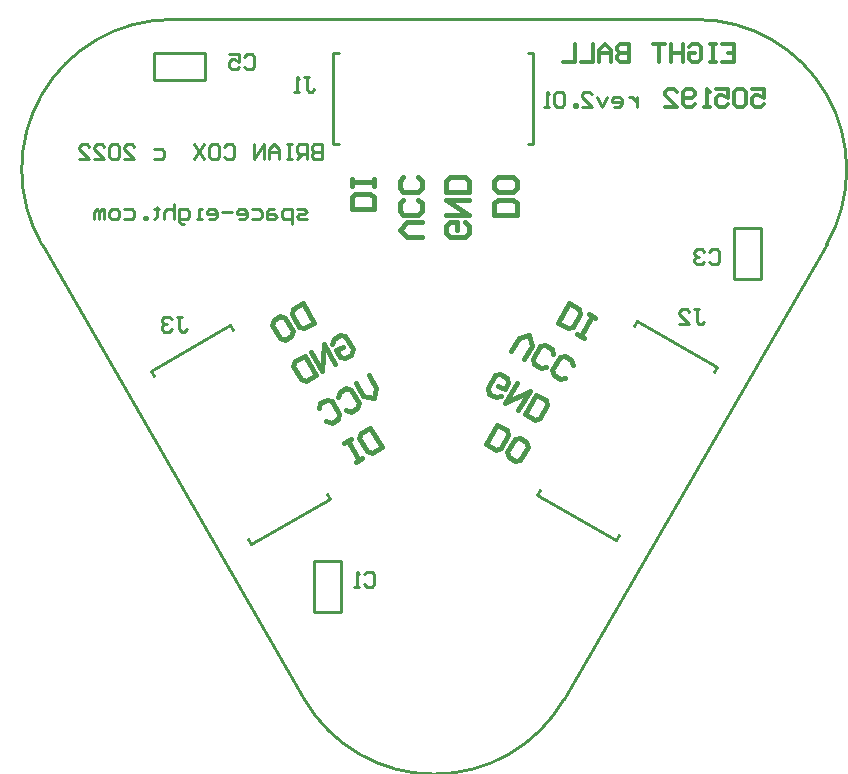
<source format=gbo>
%FSLAX25Y25*%
%MOIN*%
G70*
G01*
G75*
G04 Layer_Color=33789*
%ADD10P,0.08352X4X369.0*%
%ADD11P,0.08352X4X81.0*%
%ADD12P,0.08352X4X153.0*%
%ADD13R,0.05906X0.05906*%
%ADD14P,0.08352X4X117.0*%
%ADD15R,0.05906X0.05906*%
%ADD16C,0.02500*%
%ADD17C,0.05000*%
%ADD18C,0.16500*%
%ADD19C,0.04000*%
%ADD20R,0.08000X0.05000*%
%ADD21R,0.05000X0.08000*%
%ADD22R,0.12205X0.17716*%
G04:AMPARAMS|DCode=23|XSize=122.05mil|YSize=177.16mil|CornerRadius=0mil|HoleSize=0mil|Usage=FLASHONLY|Rotation=240.000|XOffset=0mil|YOffset=0mil|HoleType=Round|Shape=Rectangle|*
%AMROTATEDRECTD23*
4,1,4,-0.04620,0.09714,0.10723,0.00856,0.04620,-0.09714,-0.10723,-0.00856,-0.04620,0.09714,0.0*
%
%ADD23ROTATEDRECTD23*%

G04:AMPARAMS|DCode=24|XSize=122.05mil|YSize=177.16mil|CornerRadius=0mil|HoleSize=0mil|Usage=FLASHONLY|Rotation=120.000|XOffset=0mil|YOffset=0mil|HoleType=Round|Shape=Rectangle|*
%AMROTATEDRECTD24*
4,1,4,0.10723,-0.00856,-0.04620,-0.09714,-0.10723,0.00856,0.04620,0.09714,0.10723,-0.00856,0.0*
%
%ADD24ROTATEDRECTD24*%

%ADD25C,0.01000*%
%ADD26C,0.01200*%
%ADD27C,0.01500*%
D25*
X1230801Y929054D02*
G03*
X1187500Y1004054I-43301J25000D01*
G01*
X1012500D02*
G03*
X969199Y929054I0J-50000D01*
G01*
X1056699Y777500D02*
G03*
X1143301Y777500I43301J25000D01*
G01*
X1059984Y823516D02*
X1069016D01*
X1059984Y806484D02*
X1059984Y823516D01*
X1059984Y806484D02*
X1069016D01*
Y823516D01*
X1199984Y917484D02*
X1209016Y917484D01*
Y934516D01*
X1199984D02*
X1209016D01*
X1199984Y917484D02*
Y934516D01*
X1006484Y983984D02*
Y993016D01*
Y983984D02*
X1023516D01*
Y993016D01*
X1006484D02*
X1023516D01*
X1131122Y992953D02*
X1133090D01*
Y962441D02*
Y992953D01*
X1131122Y962441D02*
X1133090D01*
X1066161Y992953D02*
X1068130D01*
X1066161Y962441D02*
Y992953D01*
Y962441D02*
X1068130D01*
X1160698Y830420D02*
X1161682Y832125D01*
X1134274Y845676D02*
X1160698Y830420D01*
X1134274Y845676D02*
X1135258Y847381D01*
X1193178Y886678D02*
X1194162Y888383D01*
X1167738Y903638D02*
X1194162Y888383D01*
X1166754Y901934D02*
X1167738Y903638D01*
X1005464Y887021D02*
X1006448Y885316D01*
X1005464Y887021D02*
X1031888Y902277D01*
X1032872Y900572D01*
X1037944Y830763D02*
X1038928Y829058D01*
X1065352Y844314D01*
X1064368Y846019D02*
X1065352Y844314D01*
X1012500Y1004054D02*
X1187500D01*
X969199Y929054D02*
X1056699Y777500D01*
X1143301D02*
X1230801Y929054D01*
X1014168Y904998D02*
X1015834D01*
X1015001D01*
Y900833D01*
X1015834Y900000D01*
X1016667D01*
X1017500Y900833D01*
X1012502Y904165D02*
X1011669Y904998D01*
X1010002D01*
X1009169Y904165D01*
Y903332D01*
X1010002Y902499D01*
X1010835D01*
X1010002D01*
X1009169Y901666D01*
Y900833D01*
X1010002Y900000D01*
X1011669D01*
X1012502Y900833D01*
X1186668Y907498D02*
X1188334D01*
X1187501D01*
Y903333D01*
X1188334Y902500D01*
X1189167D01*
X1190000Y903333D01*
X1181669Y902500D02*
X1185002D01*
X1181669Y905832D01*
Y906665D01*
X1182502Y907498D01*
X1184169D01*
X1185002Y906665D01*
X1056668Y984998D02*
X1058334D01*
X1057501D01*
Y980833D01*
X1058334Y980000D01*
X1059167D01*
X1060000Y980833D01*
X1055002Y980000D02*
X1053335D01*
X1054169D01*
Y984998D01*
X1055002Y984165D01*
X1036668Y991665D02*
X1037501Y992498D01*
X1039167D01*
X1040000Y991665D01*
Y988333D01*
X1039167Y987500D01*
X1037501D01*
X1036668Y988333D01*
X1031669Y992498D02*
X1035002D01*
Y989999D01*
X1033335Y990832D01*
X1032502D01*
X1031669Y989999D01*
Y988333D01*
X1032502Y987500D01*
X1034169D01*
X1035002Y988333D01*
X1191668Y926665D02*
X1192501Y927498D01*
X1194167D01*
X1195000Y926665D01*
Y923333D01*
X1194167Y922500D01*
X1192501D01*
X1191668Y923333D01*
X1190002Y926665D02*
X1189169Y927498D01*
X1187502D01*
X1186669Y926665D01*
Y925832D01*
X1187502Y924999D01*
X1188336D01*
X1187502D01*
X1186669Y924166D01*
Y923333D01*
X1187502Y922500D01*
X1189169D01*
X1190002Y923333D01*
X1076668Y819165D02*
X1077501Y819998D01*
X1079167D01*
X1080000Y819165D01*
Y815833D01*
X1079167Y815000D01*
X1077501D01*
X1076668Y815833D01*
X1075002Y815000D02*
X1073335D01*
X1074169D01*
Y819998D01*
X1075002Y819165D01*
X1057500Y937500D02*
X1055001D01*
X1054168Y938333D01*
X1055001Y939166D01*
X1056667D01*
X1057500Y939999D01*
X1056667Y940832D01*
X1054168D01*
X1052502Y935834D02*
Y940832D01*
X1050002D01*
X1049169Y939999D01*
Y938333D01*
X1050002Y937500D01*
X1052502D01*
X1046670Y940832D02*
X1045004D01*
X1044171Y939999D01*
Y937500D01*
X1046670D01*
X1047503Y938333D01*
X1046670Y939166D01*
X1044171D01*
X1039173Y940832D02*
X1041672D01*
X1042505Y939999D01*
Y938333D01*
X1041672Y937500D01*
X1039173D01*
X1035007D02*
X1036673D01*
X1037506Y938333D01*
Y939999D01*
X1036673Y940832D01*
X1035007D01*
X1034174Y939999D01*
Y939166D01*
X1037506D01*
X1032508Y939999D02*
X1029176D01*
X1025010Y937500D02*
X1026677D01*
X1027510Y938333D01*
Y939999D01*
X1026677Y940832D01*
X1025010D01*
X1024177Y939999D01*
Y939166D01*
X1027510D01*
X1022511Y937500D02*
X1020845D01*
X1021678D01*
Y940832D01*
X1022511D01*
X1016680Y935834D02*
X1015847D01*
X1015014Y936667D01*
Y940832D01*
X1017513D01*
X1018346Y939999D01*
Y938333D01*
X1017513Y937500D01*
X1015014D01*
X1013348Y942498D02*
Y937500D01*
Y939999D01*
X1012515Y940832D01*
X1010849D01*
X1010015Y939999D01*
Y937500D01*
X1007516Y941665D02*
Y940832D01*
X1008349D01*
X1006683D01*
X1007516D01*
Y938333D01*
X1006683Y937500D01*
X1004184D02*
Y938333D01*
X1003351D01*
Y937500D01*
X1004184D01*
X996686Y940832D02*
X999186D01*
X1000019Y939999D01*
Y938333D01*
X999186Y937500D01*
X996686D01*
X994187D02*
X992521D01*
X991688Y938333D01*
Y939999D01*
X992521Y940832D01*
X994187D01*
X995020Y939999D01*
Y938333D01*
X994187Y937500D01*
X990022D02*
Y940832D01*
X989189D01*
X988356Y939999D01*
Y937500D01*
Y939999D01*
X987523Y940832D01*
X986690Y939999D01*
Y937500D01*
X1167500Y978332D02*
Y975000D01*
Y976666D01*
X1166667Y977499D01*
X1165834Y978332D01*
X1165001D01*
X1160002Y975000D02*
X1161669D01*
X1162502Y975833D01*
Y977499D01*
X1161669Y978332D01*
X1160002D01*
X1159169Y977499D01*
Y976666D01*
X1162502D01*
X1157503Y978332D02*
X1155837Y975000D01*
X1154171Y978332D01*
X1149173Y975000D02*
X1152505D01*
X1149173Y978332D01*
Y979165D01*
X1150006Y979998D01*
X1151672D01*
X1152505Y979165D01*
X1147507Y975000D02*
Y975833D01*
X1146673D01*
Y975000D01*
X1147507D01*
X1143341Y979165D02*
X1142508Y979998D01*
X1140842D01*
X1140009Y979165D01*
Y975833D01*
X1140842Y975000D01*
X1142508D01*
X1143341Y975833D01*
Y979165D01*
X1138343Y975000D02*
X1136677D01*
X1137510D01*
Y979998D01*
X1138343Y979165D01*
X1062500Y962498D02*
Y957500D01*
X1060001D01*
X1059168Y958333D01*
Y959166D01*
X1060001Y959999D01*
X1062500D01*
X1060001D01*
X1059168Y960832D01*
Y961665D01*
X1060001Y962498D01*
X1062500D01*
X1057502Y957500D02*
Y962498D01*
X1055002D01*
X1054169Y961665D01*
Y959999D01*
X1055002Y959166D01*
X1057502D01*
X1055836D02*
X1054169Y957500D01*
X1052503Y962498D02*
X1050837D01*
X1051670D01*
Y957500D01*
X1052503D01*
X1050837D01*
X1048338D02*
Y960832D01*
X1046672Y962498D01*
X1045006Y960832D01*
Y957500D01*
Y959999D01*
X1048338D01*
X1043340Y957500D02*
Y962498D01*
X1040007Y957500D01*
Y962498D01*
X1030011Y961665D02*
X1030844Y962498D01*
X1032510D01*
X1033343Y961665D01*
Y958333D01*
X1032510Y957500D01*
X1030844D01*
X1030011Y958333D01*
X1025845Y962498D02*
X1027511D01*
X1028344Y961665D01*
Y958333D01*
X1027511Y957500D01*
X1025845D01*
X1025012Y958333D01*
Y961665D01*
X1025845Y962498D01*
X1023346D02*
X1020014Y957500D01*
Y962498D02*
X1023346Y957500D01*
X1006668Y960832D02*
X1009167D01*
X1010000Y959999D01*
Y958333D01*
X1009167Y957500D01*
X1006668D01*
X996671D02*
X1000003D01*
X996671Y960832D01*
Y961665D01*
X997504Y962498D01*
X999170D01*
X1000003Y961665D01*
X995005D02*
X994172Y962498D01*
X992506D01*
X991673Y961665D01*
Y958333D01*
X992506Y957500D01*
X994172D01*
X995005Y958333D01*
Y961665D01*
X986674Y957500D02*
X990007D01*
X986674Y960832D01*
Y961665D01*
X987507Y962498D01*
X989173D01*
X990007Y961665D01*
X981676Y957500D02*
X985008D01*
X981676Y960832D01*
Y961665D01*
X982509Y962498D01*
X984175D01*
X985008Y961665D01*
D26*
X1196001Y995998D02*
X1200000D01*
Y990000D01*
X1196001D01*
X1200000Y992999D02*
X1198001D01*
X1194002Y995998D02*
X1192003D01*
X1193002D01*
Y990000D01*
X1194002D01*
X1192003D01*
X1185005Y994998D02*
X1186005Y995998D01*
X1188004D01*
X1189004Y994998D01*
Y991000D01*
X1188004Y990000D01*
X1186005D01*
X1185005Y991000D01*
Y992999D01*
X1187004D01*
X1183006Y995998D02*
Y990000D01*
Y992999D01*
X1179007D01*
Y995998D01*
Y990000D01*
X1177007Y995998D02*
X1173009D01*
X1175008D01*
Y990000D01*
X1165011Y995998D02*
Y990000D01*
X1162012D01*
X1161013Y991000D01*
Y991999D01*
X1162012Y992999D01*
X1165011D01*
X1162012D01*
X1161013Y993999D01*
Y994998D01*
X1162012Y995998D01*
X1165011D01*
X1159013Y990000D02*
Y993999D01*
X1157014Y995998D01*
X1155015Y993999D01*
Y990000D01*
Y992999D01*
X1159013D01*
X1153015Y995998D02*
Y990000D01*
X1149016D01*
X1147017Y995998D02*
Y990000D01*
X1143018D01*
X1206001Y980998D02*
X1210000D01*
Y977999D01*
X1208001Y978999D01*
X1207001D01*
X1206001Y977999D01*
Y976000D01*
X1207001Y975000D01*
X1209000D01*
X1210000Y976000D01*
X1204002Y979998D02*
X1203002Y980998D01*
X1201003D01*
X1200003Y979998D01*
Y976000D01*
X1201003Y975000D01*
X1203002D01*
X1204002Y976000D01*
Y979998D01*
X1194005Y980998D02*
X1198004D01*
Y977999D01*
X1196004Y978999D01*
X1195005D01*
X1194005Y977999D01*
Y976000D01*
X1195005Y975000D01*
X1197004D01*
X1198004Y976000D01*
X1192006Y975000D02*
X1190007D01*
X1191006D01*
Y980998D01*
X1192006Y979998D01*
X1187007Y976000D02*
X1186008Y975000D01*
X1184008D01*
X1183009Y976000D01*
Y979998D01*
X1184008Y980998D01*
X1186008D01*
X1187007Y979998D01*
Y978999D01*
X1186008Y977999D01*
X1183009D01*
X1177011Y975000D02*
X1181009D01*
X1177011Y978999D01*
Y979998D01*
X1178010Y980998D01*
X1180010D01*
X1181009Y979998D01*
D27*
X1056251Y909493D02*
X1060000Y903000D01*
X1056753Y901126D01*
X1055046Y901583D01*
X1052547Y905912D01*
X1053005Y907619D01*
X1056251Y909493D01*
X1046512Y903870D02*
X1048676Y905120D01*
X1050383Y904662D01*
X1052882Y900333D01*
X1052425Y898626D01*
X1050260Y897377D01*
X1048553Y897834D01*
X1046054Y902163D01*
X1046512Y903870D01*
X1078251Y885493D02*
X1080750Y881164D01*
X1079836Y877750D01*
X1076422Y878665D01*
X1073923Y882994D01*
X1068054Y878163D02*
X1068512Y879870D01*
X1070676Y881120D01*
X1072383Y880662D01*
X1074882Y876333D01*
X1074425Y874626D01*
X1072260Y873377D01*
X1070553Y873834D01*
X1061561Y874414D02*
X1062018Y876121D01*
X1064183Y877371D01*
X1065890Y876913D01*
X1068389Y872585D01*
X1067932Y870878D01*
X1065767Y869628D01*
X1064060Y870085D01*
X1066047Y895912D02*
X1066505Y897619D01*
X1068669Y898868D01*
X1070376Y898411D01*
X1072875Y894082D01*
X1072418Y892375D01*
X1070253Y891126D01*
X1068546Y891583D01*
X1067297Y893747D01*
X1069461Y894997D01*
X1067007Y889251D02*
X1063258Y895744D01*
X1062678Y886752D01*
X1058929Y893245D01*
X1056765Y891996D02*
X1060514Y885502D01*
X1057267Y883628D01*
X1055560Y884085D01*
X1053061Y888414D01*
X1053518Y890121D01*
X1056765Y891996D01*
X1078751Y867993D02*
X1082500Y861500D01*
X1079253Y859626D01*
X1077547Y860083D01*
X1075047Y864412D01*
X1075505Y866119D01*
X1078751Y867993D01*
X1072258Y864244D02*
X1070094Y862995D01*
X1071176Y863620D01*
X1074925Y857126D01*
X1076007Y857751D01*
X1073843Y856502D01*
X1117251Y862507D02*
X1121000Y869000D01*
X1124247Y867126D01*
X1124704Y865419D01*
X1122205Y861090D01*
X1120498Y860633D01*
X1117251Y862507D01*
X1126991Y856884D02*
X1124827Y858133D01*
X1124369Y859840D01*
X1126868Y864169D01*
X1128575Y864626D01*
X1130740Y863377D01*
X1131197Y861670D01*
X1128698Y857341D01*
X1126991Y856884D01*
X1125751Y893507D02*
X1128250Y897836D01*
X1131664Y898750D01*
X1132579Y895336D01*
X1130080Y891008D01*
X1137198Y888341D02*
X1135491Y887884D01*
X1133327Y889133D01*
X1132869Y890840D01*
X1135368Y895169D01*
X1137075Y895626D01*
X1139240Y894377D01*
X1139697Y892670D01*
X1143691Y884592D02*
X1141984Y884135D01*
X1139820Y885384D01*
X1139362Y887092D01*
X1141861Y891420D01*
X1143568Y891878D01*
X1145733Y890628D01*
X1146190Y888921D01*
X1122205Y878590D02*
X1120498Y878133D01*
X1118333Y879382D01*
X1117876Y881089D01*
X1120375Y885418D01*
X1122082Y885875D01*
X1124247Y884626D01*
X1124704Y882919D01*
X1123454Y880754D01*
X1121290Y882004D01*
X1127493Y882751D02*
X1123744Y876258D01*
X1131822Y880252D01*
X1128073Y873759D01*
X1130237Y872509D02*
X1133986Y879002D01*
X1137233Y877128D01*
X1137690Y875421D01*
X1135191Y871092D01*
X1133484Y870635D01*
X1130237Y872509D01*
X1141251Y903007D02*
X1145000Y909500D01*
X1148247Y907626D01*
X1148704Y905919D01*
X1146205Y901590D01*
X1144498Y901132D01*
X1141251Y903007D01*
X1147744Y899258D02*
X1149909Y898009D01*
X1148827Y898633D01*
X1152575Y905126D01*
X1151493Y905751D01*
X1153658Y904502D01*
X1079998Y941000D02*
X1072500D01*
Y944749D01*
X1073750Y945998D01*
X1078748D01*
X1079998Y944749D01*
Y941000D01*
Y948498D02*
Y950997D01*
Y949747D01*
X1072500D01*
Y948498D01*
Y950997D01*
X1110248Y936498D02*
X1111498Y935249D01*
Y932750D01*
X1110248Y931500D01*
X1105250D01*
X1104000Y932750D01*
Y935249D01*
X1105250Y936498D01*
X1107749D01*
Y933999D01*
X1104000Y938998D02*
X1111498D01*
X1104000Y943996D01*
X1111498D01*
Y946495D02*
X1104000D01*
Y950244D01*
X1105250Y951493D01*
X1110248D01*
X1111498Y950244D01*
Y946495D01*
X1095998Y931500D02*
X1090999D01*
X1088500Y933999D01*
X1090999Y936498D01*
X1095998D01*
X1094748Y943996D02*
X1095998Y942746D01*
Y940247D01*
X1094748Y938998D01*
X1089750D01*
X1088500Y940247D01*
Y942746D01*
X1089750Y943996D01*
X1094748Y951493D02*
X1095998Y950244D01*
Y947745D01*
X1094748Y946495D01*
X1089750D01*
X1088500Y947745D01*
Y950244D01*
X1089750Y951493D01*
X1127498Y939000D02*
X1120000D01*
Y942749D01*
X1121250Y943998D01*
X1126248D01*
X1127498Y942749D01*
Y939000D01*
Y950246D02*
Y947747D01*
X1126248Y946498D01*
X1121250D01*
X1120000Y947747D01*
Y950246D01*
X1121250Y951496D01*
X1126248D01*
X1127498Y950246D01*
M02*

</source>
